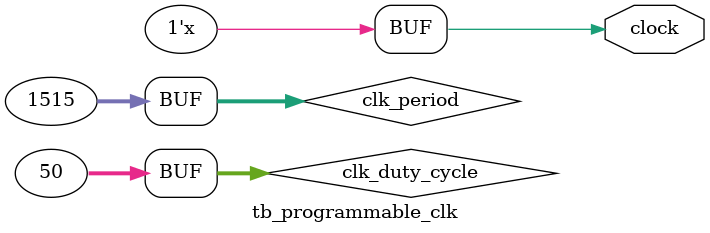
<source format=v>

`timescale 10ps/1ps


module
  tb_programmable_clk
  (
    output reg clock
  );
  
  
  // --------------------------------------------------------------------
  //  
  integer clk_duty_cycle = 50;
  
  task set_clk_duty_cycle;
  input integer duty_cycle;
    begin

      clk_duty_cycle = duty_cycle;

    end
  endtask
  
  
  // --------------------------------------------------------------------
  //  
  integer clk_period = 1515;

  task set_clk_period;
  input integer period;
    begin

      clk_period = period;

    end
  endtask


  // --------------------------------------------------------------------
  //  
  initial
    clock <= 1'b1;

  always
    if(clk_duty_cycle == 50)
      #(clk_period/2) clock <= ~clock;
    else
      if(clock)
        #(clk_period * (clk_duty_cycle/100)) clock <= ~clock;
      else
        #(clk_period * ( (100 - clk_duty_cycle)/100 ) ) clock <= ~clock;
        

endmodule


</source>
